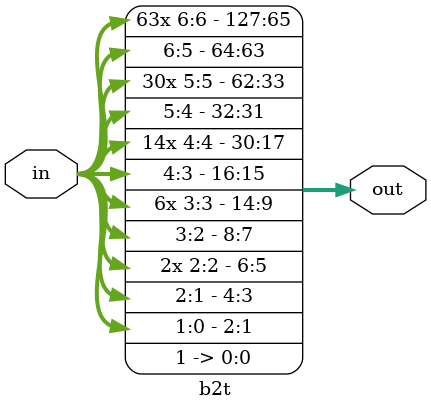
<source format=v>
module b2t(in,out);
   input [6:0] in;
   output [127:0] out;
   assign out[0] = 1'b1;
   assign out[1] = in[0];
   assign out[3:2] = {2{in[1]}};
   assign out[7:4] = {4{in[2]}};
   assign out[15:8] = {8{in[3]}};
   assign out[31:16] = {16{in[4]}};
   assign out[63:32] = {32{in[5]}};
   assign out[127:64] = {64{in[6]}};
endmodule
</source>
